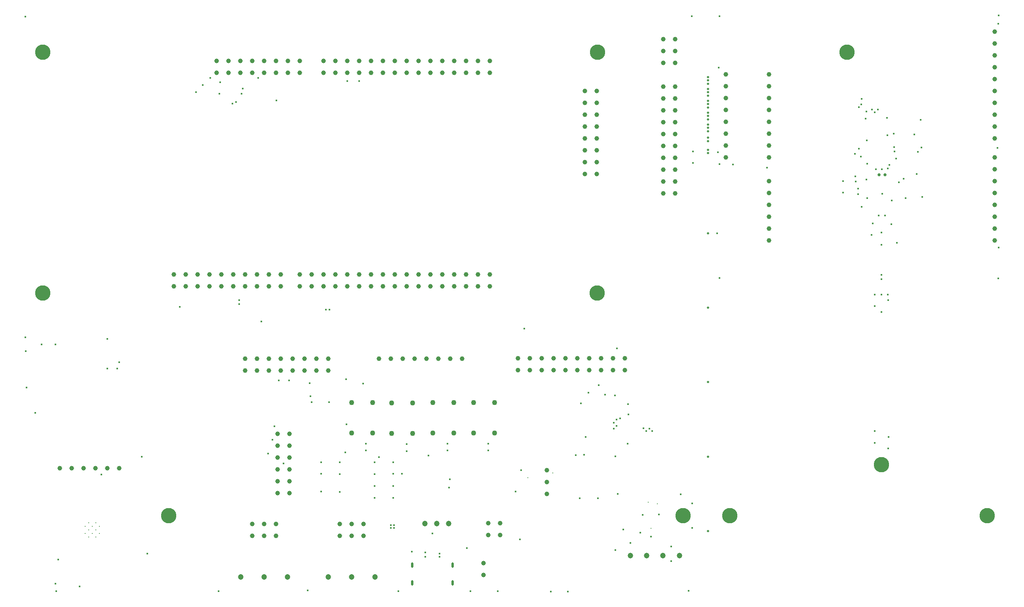
<source format=gbr>
%TF.GenerationSoftware,KiCad,Pcbnew,9.0.1*%
%TF.CreationDate,2025-04-25T10:57:49+02:00*%
%TF.ProjectId,voicemail-box,766f6963-656d-4616-996c-2d626f782e6b,rev?*%
%TF.SameCoordinates,PX5f5e100PY5f5e100*%
%TF.FileFunction,Plated,1,4,PTH,Mixed*%
%TF.FilePolarity,Positive*%
%FSLAX46Y46*%
G04 Gerber Fmt 4.6, Leading zero omitted, Abs format (unit mm)*
G04 Created by KiCad (PCBNEW 9.0.1) date 2025-04-25 10:57:49*
%MOMM*%
%LPD*%
G01*
G04 APERTURE LIST*
%TA.AperFunction,ComponentDrill*%
%ADD10C,0.200000*%
%TD*%
%TA.AperFunction,ViaDrill*%
%ADD11C,0.300000*%
%TD*%
%TA.AperFunction,ViaDrill*%
%ADD12C,0.400000*%
%TD*%
%TA.AperFunction,ViaDrill*%
%ADD13C,0.500000*%
%TD*%
G04 aperture for slot hole*
%TA.AperFunction,ComponentDrill*%
%ADD14C,0.500000*%
%TD*%
%TA.AperFunction,ComponentDrill*%
%ADD15C,0.650000*%
%TD*%
%TA.AperFunction,ComponentDrill*%
%ADD16C,1.000000*%
%TD*%
%TA.AperFunction,ComponentDrill*%
%ADD17C,1.100000*%
%TD*%
%TA.AperFunction,ComponentDrill*%
%ADD18C,1.200000*%
%TD*%
%TA.AperFunction,ViaDrill*%
%ADD19C,3.300000*%
%TD*%
G04 APERTURE END LIST*
D10*
%TO.C,U301*%
X-52820000Y-27317500D03*
X-52820000Y-28842500D03*
X-52057500Y-26555000D03*
X-52057500Y-28080000D03*
X-52057500Y-29605000D03*
X-51295000Y-27317500D03*
X-51295000Y-28842500D03*
X-50532500Y-26555000D03*
X-50532500Y-28080000D03*
X-50532500Y-29605000D03*
X-49770000Y-27317500D03*
X-49770000Y-28842500D03*
%TD*%
D11*
X41800000Y-16900000D03*
X47119058Y-15900000D03*
X67500000Y-22130000D03*
X68100000Y-27762500D03*
X69505394Y-22521719D03*
D12*
X-65650000Y81850000D03*
X-65650000Y13150000D03*
X-65600000Y10200000D03*
X-65350000Y2400000D03*
X-63500000Y-3000000D03*
X-62200000Y11650000D03*
X-59220000Y11600000D03*
X-59200000Y-39578750D03*
X-59050000Y-41200000D03*
X-58630000Y-34430000D03*
X-54056250Y-40200000D03*
X-49400000Y-16190000D03*
X-48100000Y12843750D03*
X-48100000Y6443750D03*
X-46000000Y6443750D03*
X-45600000Y7830000D03*
X-40740000Y-12406250D03*
X-39556250Y-33195000D03*
X-32600000Y19643750D03*
X-29144322Y65600000D03*
X-27700000Y67200000D03*
X-26100000Y68650000D03*
X-24300000Y-41200000D03*
X-24143750Y65300000D03*
X-24000000Y67750000D03*
X-21374552Y63198000D03*
X-20600000Y63500000D03*
X-19933049Y20300680D03*
X-19900000Y21100000D03*
X-19456250Y65300000D03*
X-19150000Y66400000D03*
X-15900000Y68700000D03*
X-15200000Y16500000D03*
X-13750000Y-11750000D03*
X-12800000Y-8750000D03*
X-12400000Y-5900000D03*
X-12000000Y63856250D03*
X-11500000Y3958000D03*
X-10420000Y-13840000D03*
X-9250000Y3950000D03*
X-5250000Y-41050000D03*
X-4850000Y3300000D03*
X-4650000Y550000D03*
X-4400000Y-756250D03*
X-2393750Y-13600000D03*
X-2393750Y-16100000D03*
X-2393750Y-19900000D03*
X-1400000Y19100000D03*
X-700000Y-756250D03*
X-600000Y19100000D03*
X1550000Y-13600000D03*
X1550000Y-16150000D03*
X1550000Y-19950000D03*
X2750000Y-11450000D03*
X2950000Y4150000D03*
X3000000Y-5500000D03*
X3150000Y68050000D03*
X5700000Y68050000D03*
X6600000Y3200000D03*
X7193750Y-9600000D03*
X7193750Y-11100000D03*
X9050000Y-13600000D03*
X9050000Y-16150000D03*
X9050000Y-18700000D03*
X9050000Y-21200000D03*
X10000000Y-12512500D03*
X12500000Y-27050000D03*
X12500000Y-27700000D03*
X12981250Y-18700000D03*
X12993750Y-13600000D03*
X12993750Y-16100000D03*
X12993750Y-21200000D03*
X13150000Y-27700000D03*
X13170000Y-27050000D03*
X14100000Y-41250000D03*
X14900000Y-16050000D03*
X15893750Y-9700000D03*
X15893750Y-11200000D03*
X17000000Y-32743750D03*
X19881274Y-32882433D03*
X19900000Y-33800000D03*
X20550000Y-12150000D03*
X21400000Y-28856250D03*
X22900000Y-33200000D03*
X22900000Y-33800000D03*
X24593750Y-9600000D03*
X24593750Y-11100000D03*
X24943750Y-19000000D03*
X25100000Y-17237500D03*
X28743750Y-32000000D03*
X29500000Y-41250000D03*
X33293750Y-9600000D03*
X33293750Y-11100000D03*
X35350000Y-41200000D03*
X39156250Y-19900000D03*
X40120000Y-30130000D03*
X40356250Y-15300000D03*
X41000000Y15000000D03*
X46700000Y-41300000D03*
X50350000Y-41300000D03*
X52010000Y-12110000D03*
X52856250Y-21300000D03*
X53156140Y-1017610D03*
X53800000Y-12000000D03*
X54156250Y-8200000D03*
X54772500Y1298750D03*
X56770000Y-21320000D03*
X56982815Y2932815D03*
X58300000Y900000D03*
X60198194Y-6377064D03*
X60200000Y-5100000D03*
X60400000Y700000D03*
X60500000Y-12343750D03*
X60520000Y-32400000D03*
X60725000Y-5775000D03*
X60800000Y-4500000D03*
X60860000Y10740000D03*
X61056250Y-20400000D03*
X61485361Y-4195395D03*
X62180000Y-27970000D03*
X63100000Y-9600000D03*
X63243750Y-1200000D03*
X63300000Y-3400000D03*
X63710000Y-30840000D03*
X65810000Y-28710000D03*
X66356250Y-24875000D03*
X66525000Y-6325000D03*
X67125000Y-6925000D03*
X67800000Y-6400000D03*
X68100000Y-29556250D03*
X68402064Y-6926806D03*
X69843750Y-24800000D03*
X72450000Y-31600000D03*
X72460000Y-34740000D03*
X74443750Y-20438250D03*
X76200000Y-41150000D03*
X76850000Y81900000D03*
X76950000Y-22450000D03*
X76950000Y-27650000D03*
X77100000Y52900000D03*
X77100000Y50450000D03*
X82300000Y35400000D03*
X82400000Y52750000D03*
X82600000Y70900000D03*
X82750000Y81900000D03*
X82750000Y50200000D03*
X82750000Y25850000D03*
X85650000Y50150000D03*
X92950000Y49450000D03*
X109176577Y46557934D03*
X109200000Y44112500D03*
X111696287Y52409816D03*
X111810000Y47600000D03*
X111900000Y46500000D03*
X112435000Y45000000D03*
X112435000Y43800000D03*
X112549998Y62400000D03*
X112610000Y53575000D03*
X113001472Y51815000D03*
X113099778Y62981159D03*
X113160000Y41100000D03*
X113206786Y64202000D03*
X114000000Y59974000D03*
X114200000Y46900000D03*
X114207000Y61525000D03*
X114292500Y55325000D03*
X114338095Y42965871D03*
X114353471Y50290000D03*
X115300000Y35100000D03*
X115408000Y61906801D03*
X115500000Y37500000D03*
X115953000Y19824000D03*
X115959900Y22324000D03*
X115964500Y-6926000D03*
X115969000Y-9444000D03*
X115989159Y61357021D03*
X116234000Y49100473D03*
X116609000Y61896799D03*
X116810000Y39225000D03*
X117380000Y26490000D03*
X117380000Y25600000D03*
X117400000Y35550000D03*
X117410000Y22315000D03*
X117425000Y32975000D03*
X117426000Y18574000D03*
X117485000Y49100000D03*
X117550000Y43875000D03*
X118185000Y39225000D03*
X118550000Y60100000D03*
X118650000Y56450000D03*
X118735100Y22324000D03*
X118794864Y49313366D03*
X118858000Y21074000D03*
X118860000Y-10685000D03*
X118890000Y-8150000D03*
X119114479Y50046749D03*
X119500000Y37350000D03*
X119609119Y42424000D03*
X120050000Y56750000D03*
X120135000Y53915000D03*
X120183788Y52916371D03*
X120534265Y51449265D03*
X120725000Y33400000D03*
X121134265Y46297440D03*
X122150000Y47100000D03*
X122566248Y42936082D03*
X124450000Y56550000D03*
X124955735Y48130735D03*
X125235000Y52850000D03*
X125750000Y59700000D03*
X125950000Y53750000D03*
X126110000Y43200000D03*
X142250000Y53700000D03*
X142350000Y25750000D03*
X142400000Y80250000D03*
X142450000Y82050000D03*
X142450000Y32350000D03*
D13*
X80300000Y68870000D03*
X80300000Y68150000D03*
X80300000Y67430000D03*
X80300000Y66330000D03*
X80300000Y65600000D03*
X80300000Y64890000D03*
X80300000Y63820000D03*
X80300000Y63100000D03*
X80300000Y62380000D03*
X80300000Y61270000D03*
X80300000Y60550000D03*
X80300000Y59830000D03*
X80300000Y58720000D03*
X80300000Y58000000D03*
X80300000Y57280000D03*
X80300000Y55900000D03*
X80300000Y55180000D03*
X80300000Y53320000D03*
X80300000Y52600000D03*
X80300000Y35400000D03*
X80300000Y19500000D03*
X80300000Y3550000D03*
X80300000Y-12450000D03*
X80300000Y-28350000D03*
D14*
%TO.C,J701*%
X17080000Y-35950000D02*
X17080000Y-35250000D01*
X17080000Y-39750000D02*
X17080000Y-39050000D01*
X25720000Y-35950000D02*
X25720000Y-35250000D01*
X25720000Y-39750000D02*
X25720000Y-39050000D01*
D15*
%TO.C,J501*%
X116900000Y47960000D03*
X118170000Y47960000D03*
D16*
%TO.C,J303*%
X-58240000Y-14900000D03*
X-55700000Y-14900000D03*
X-53160000Y-14900000D03*
X-50620000Y-14900000D03*
X-48080000Y-14900000D03*
X-45540000Y-14900000D03*
%TO.C,CN204*%
X-33898008Y26642503D03*
X-33898008Y24102503D03*
X-31358008Y26642503D03*
X-31358008Y24102503D03*
X-28818008Y26642503D03*
X-28818008Y24102503D03*
X-26278008Y26642503D03*
X-26278008Y24102503D03*
%TO.C,CN202*%
X-24754008Y72362503D03*
X-24754008Y69822503D03*
%TO.C,CN204*%
X-23738008Y26642503D03*
X-23738008Y24102503D03*
%TO.C,CN202*%
X-22214008Y72362503D03*
X-22214008Y69822503D03*
%TO.C,CN204*%
X-21198008Y26642503D03*
X-21198008Y24102503D03*
%TO.C,CN202*%
X-19674008Y72362503D03*
X-19674008Y69822503D03*
%TO.C,J103*%
X-18680000Y8600000D03*
X-18680000Y6060000D03*
%TO.C,CN204*%
X-18658008Y26642503D03*
X-18658008Y24102503D03*
%TO.C,J803*%
X-17140000Y-26810000D03*
X-17140000Y-29350000D03*
%TO.C,CN202*%
X-17134008Y72362503D03*
X-17134008Y69822503D03*
%TO.C,J103*%
X-16140000Y8600000D03*
X-16140000Y6060000D03*
%TO.C,CN204*%
X-16118008Y26642503D03*
X-16118008Y24102503D03*
%TO.C,J803*%
X-14600000Y-26810000D03*
X-14600000Y-29350000D03*
%TO.C,CN202*%
X-14594008Y72362503D03*
X-14594008Y69822503D03*
%TO.C,J103*%
X-13600000Y8600000D03*
X-13600000Y6060000D03*
%TO.C,CN204*%
X-13578008Y26642503D03*
X-13578008Y24102503D03*
%TO.C,J803*%
X-12060000Y-26810000D03*
X-12060000Y-29350000D03*
%TO.C,CN202*%
X-12054008Y72362503D03*
X-12054008Y69822503D03*
%TO.C,J301*%
X-11689000Y-7483880D03*
X-11689000Y-10023880D03*
X-11689000Y-12563880D03*
X-11689000Y-15103880D03*
X-11689000Y-17643880D03*
X-11689000Y-20183880D03*
%TO.C,J103*%
X-11060000Y8600000D03*
X-11060000Y6060000D03*
%TO.C,CN204*%
X-11038008Y26642503D03*
X-11038008Y24102503D03*
%TO.C,CN202*%
X-9514008Y72362503D03*
X-9514008Y69822503D03*
%TO.C,J301*%
X-9149000Y-7483880D03*
X-9149000Y-10023880D03*
X-9149000Y-12563880D03*
X-9149000Y-15103880D03*
X-9149000Y-17643880D03*
X-9149000Y-20183880D03*
%TO.C,J103*%
X-8520000Y8600000D03*
X-8520000Y6060000D03*
%TO.C,CN202*%
X-6974008Y72362503D03*
X-6974008Y69822503D03*
%TO.C,CN205*%
X-6974008Y26642503D03*
X-6974008Y24102503D03*
%TO.C,J103*%
X-5980000Y8600000D03*
X-5980000Y6060000D03*
%TO.C,CN205*%
X-4434008Y26642503D03*
X-4434008Y24102503D03*
%TO.C,J103*%
X-3440000Y8600000D03*
X-3440000Y6060000D03*
%TO.C,CN203*%
X-1894008Y72362503D03*
X-1894008Y69822503D03*
%TO.C,CN205*%
X-1894008Y26642503D03*
X-1894008Y24102503D03*
%TO.C,J103*%
X-900000Y8600000D03*
X-900000Y6060000D03*
%TO.C,CN203*%
X645992Y72362503D03*
X645992Y69822503D03*
%TO.C,CN205*%
X645992Y26642503D03*
X645992Y24102503D03*
%TO.C,J802*%
X1560000Y-26810000D03*
X1560000Y-29350000D03*
%TO.C,CN203*%
X3185992Y72362503D03*
X3185992Y69822503D03*
%TO.C,CN205*%
X3185992Y26642503D03*
X3185992Y24102503D03*
%TO.C,J802*%
X4100000Y-26810000D03*
X4100000Y-29350000D03*
%TO.C,CN203*%
X5725992Y72362503D03*
X5725992Y69822503D03*
%TO.C,CN205*%
X5725992Y26642503D03*
X5725992Y24102503D03*
%TO.C,J802*%
X6640000Y-26810000D03*
X6640000Y-29350000D03*
%TO.C,CN203*%
X8265992Y72362503D03*
X8265992Y69822503D03*
%TO.C,CN205*%
X8265992Y26642503D03*
X8265992Y24102503D03*
%TO.C,J801*%
X10000000Y8600000D03*
%TO.C,CN203*%
X10805992Y72362503D03*
X10805992Y69822503D03*
%TO.C,CN205*%
X10805992Y26642503D03*
X10805992Y24102503D03*
%TO.C,J801*%
X12540000Y8600000D03*
%TO.C,CN203*%
X13345992Y72362503D03*
X13345992Y69822503D03*
%TO.C,CN205*%
X13345992Y26642503D03*
X13345992Y24102503D03*
%TO.C,J801*%
X15080000Y8600000D03*
%TO.C,CN203*%
X15885992Y72362503D03*
X15885992Y69822503D03*
%TO.C,CN205*%
X15885992Y26642503D03*
X15885992Y24102503D03*
%TO.C,J801*%
X17620000Y8600000D03*
%TO.C,CN203*%
X18425992Y72362503D03*
X18425992Y69822503D03*
%TO.C,CN205*%
X18425992Y26642503D03*
X18425992Y24102503D03*
%TO.C,J801*%
X20160000Y8600000D03*
%TO.C,CN203*%
X20965992Y72362503D03*
X20965992Y69822503D03*
%TO.C,CN205*%
X20965992Y26642503D03*
X20965992Y24102503D03*
%TO.C,J801*%
X22700000Y8600000D03*
%TO.C,CN203*%
X23505992Y72362503D03*
X23505992Y69822503D03*
%TO.C,CN205*%
X23505992Y26642503D03*
X23505992Y24102503D03*
%TO.C,J801*%
X25240000Y8600000D03*
%TO.C,CN203*%
X26045992Y72362503D03*
X26045992Y69822503D03*
%TO.C,CN205*%
X26045992Y26642503D03*
X26045992Y24102503D03*
%TO.C,J801*%
X27780000Y8600000D03*
%TO.C,CN203*%
X28585992Y72362503D03*
X28585992Y69822503D03*
%TO.C,CN205*%
X28585992Y26642503D03*
X28585992Y24102503D03*
%TO.C,CN203*%
X31125992Y72362503D03*
X31125992Y69822503D03*
%TO.C,CN205*%
X31125992Y26642503D03*
X31125992Y24102503D03*
%TO.C,MK601*%
X32299938Y-35230000D03*
X32299938Y-37770000D03*
%TO.C,J601*%
X33335000Y-26635000D03*
X33335000Y-29175000D03*
%TO.C,CN203*%
X33665992Y72362503D03*
X33665992Y69822503D03*
%TO.C,CN205*%
X33665992Y26642503D03*
X33665992Y24102503D03*
%TO.C,J601*%
X35875000Y-26635000D03*
X35875000Y-29175000D03*
%TO.C,J104*%
X39640000Y8700000D03*
X39640000Y6160000D03*
X42180000Y8700000D03*
X42180000Y6160000D03*
X44720000Y8700000D03*
X44720000Y6160000D03*
%TO.C,J604*%
X45900000Y-15320000D03*
X45900000Y-17860000D03*
X45900000Y-20400000D03*
%TO.C,J104*%
X47260000Y8700000D03*
X47260000Y6160000D03*
X49800000Y8700000D03*
X49800000Y6160000D03*
X52340000Y8700000D03*
X52340000Y6160000D03*
%TO.C,CN201*%
X54000000Y65880000D03*
X54000000Y63340000D03*
X54000000Y60800000D03*
X54000000Y58260000D03*
X54000000Y55720000D03*
X54000000Y53180000D03*
X54000000Y50640000D03*
X54000000Y48100000D03*
%TO.C,J104*%
X54880000Y8700000D03*
X54880000Y6160000D03*
%TO.C,CN201*%
X56540000Y65880000D03*
X56540000Y63340000D03*
X56540000Y60800000D03*
X56540000Y58260000D03*
X56540000Y55720000D03*
X56540000Y53180000D03*
X56540000Y50640000D03*
X56540000Y48100000D03*
%TO.C,J104*%
X57420000Y8700000D03*
X57420000Y6160000D03*
X59960000Y8700000D03*
X59960000Y6160000D03*
X62500000Y8700000D03*
X62500000Y6160000D03*
%TO.C,J102*%
X70720000Y76980000D03*
X70720000Y74440000D03*
X70720000Y71900000D03*
%TO.C,J106*%
X70720000Y66820000D03*
X70720000Y64280000D03*
X70720000Y61740000D03*
X70720000Y59200000D03*
X70720000Y56660000D03*
X70720000Y54120000D03*
X70720000Y51580000D03*
X70720000Y49040000D03*
X70720000Y46500000D03*
X70720000Y43960000D03*
%TO.C,J102*%
X73260000Y76980000D03*
X73260000Y74440000D03*
X73260000Y71900000D03*
%TO.C,J106*%
X73260000Y66820000D03*
X73260000Y64280000D03*
X73260000Y61740000D03*
X73260000Y59200000D03*
X73260000Y56660000D03*
X73260000Y54120000D03*
X73260000Y51580000D03*
X73260000Y49040000D03*
X73260000Y46500000D03*
X73260000Y43960000D03*
%TO.C,J105*%
X84130000Y69420000D03*
X84130000Y66880000D03*
X84130000Y64340000D03*
X84130000Y61800000D03*
X84130000Y59260000D03*
X84130000Y56720000D03*
X84130000Y54180000D03*
X84130000Y51640000D03*
%TO.C,A101*%
X93400000Y69420000D03*
X93400000Y66880000D03*
X93400000Y64340000D03*
X93400000Y61800000D03*
X93400000Y59260000D03*
X93400000Y56720000D03*
X93400000Y54180000D03*
X93400000Y51640000D03*
X93400000Y46560000D03*
X93400000Y44020000D03*
X93400000Y41480000D03*
X93400000Y38940000D03*
X93400000Y36400000D03*
X93400000Y33860000D03*
X141660000Y78560000D03*
X141660000Y76020000D03*
X141660000Y73480000D03*
X141660000Y70940000D03*
X141660000Y68400000D03*
X141660000Y65860000D03*
X141660000Y63320000D03*
X141660000Y60780000D03*
X141660000Y58240000D03*
X141660000Y55700000D03*
X141660000Y51640000D03*
X141660000Y49100000D03*
X141660000Y46560000D03*
X141660000Y44020000D03*
X141660000Y41480000D03*
X141660000Y38940000D03*
X141660000Y36400000D03*
X141660000Y33860000D03*
D17*
%TO.C,SW801*%
X4100000Y-800000D03*
X4100000Y-7300000D03*
X8600000Y-800000D03*
X8600000Y-7300000D03*
%TO.C,SW802*%
X12700000Y-900000D03*
X12700000Y-7400000D03*
X17200000Y-900000D03*
X17200000Y-7400000D03*
%TO.C,SW803*%
X21500000Y-800000D03*
X21500000Y-7300000D03*
X26000000Y-800000D03*
X26000000Y-7300000D03*
%TO.C,SW804*%
X30200000Y-800000D03*
X30200000Y-7300000D03*
X34700000Y-800000D03*
X34700000Y-7300000D03*
D18*
%TO.C,RV802*%
X-19600000Y-38200000D03*
X-14600000Y-38200000D03*
X-9600000Y-38200000D03*
%TO.C,RV801*%
X-900000Y-38200000D03*
X4100000Y-38200000D03*
X9100000Y-38200000D03*
%TO.C,U701*%
X19820000Y-26697500D03*
X22360000Y-26697500D03*
X24900000Y-26697500D03*
%TO.C,J603*%
X63705000Y-33567500D03*
X67205000Y-33567500D03*
X70705000Y-33567500D03*
X74205000Y-33567500D03*
%TD*%
D19*
X-61950000Y74200000D03*
X-61950000Y22600000D03*
X-35000000Y-25000000D03*
X56650000Y22600000D03*
X56700000Y74200000D03*
X75000000Y-25000000D03*
X85000000Y-25000000D03*
X110000000Y74200000D03*
X117410000Y-14144000D03*
X140000000Y-25000000D03*
M02*

</source>
